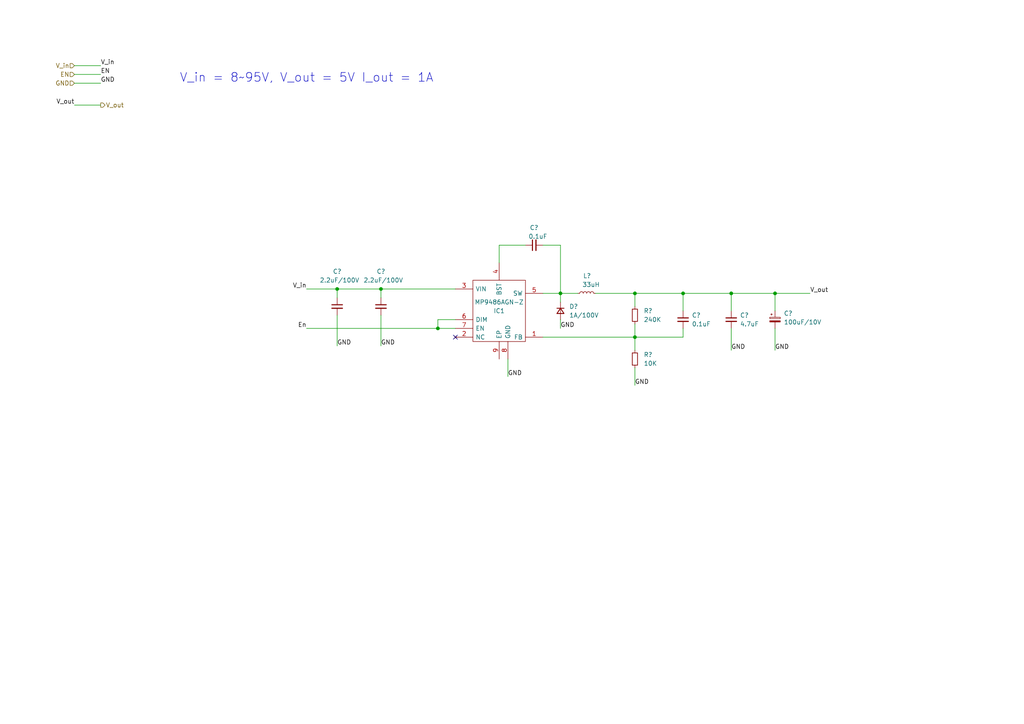
<source format=kicad_sch>
(kicad_sch (version 20211123) (generator eeschema)
  (paper "A4")
  (lib_symbols
    (symbol "CustomLib:MP9486AGN-Z" (pin_names (offset 0.762))
      (property "Reference" "IC1" (at 12.7 -6.35 0))
      (property "Value" "MP9486AGN-Z" (at 12.7 -3.81 0))
      (symbol "MP9486AGN-Z_0_0"
        (pin passive line (at 25.4 -13.97 180) (length 5.08) (name "FB") (number "1"))
        (pin no_connect line (at 0 -13.97 0) (length 5.08) (name "NC") (number "2"))
        (pin passive line (at 0 0 0) (length 5.08) (name "VIN") (number "3"))
        (pin passive line (at 12.7 7.62 270) (length 5.08) (name "BST") (number "4"))
        (pin passive line (at 25.4 -1.27 180) (length 5.08) (name "SW") (number "5"))
        (pin passive line (at 0 -8.89 0) (length 5.08) (name "DIM") (number "6"))
        (pin passive line (at 0 -11.43 0) (length 5.08) (name "EN") (number "7"))
        (pin passive line (at 15.24 -20.32 90) (length 5.08) (name "GND") (number "8"))
        (pin passive line (at 12.7 -20.32 90) (length 5.08) (name "EP") (number "9"))
      )
      (symbol "MP9486AGN-Z_0_1"
        (polyline (pts (xy 5.08 2.54) (xy 20.32 2.54) (xy 20.32 -15.24) (xy 5.08 -15.24) (xy 5.08 2.54)) (stroke (width 0.1524)))
      )
    )
    (symbol "Device:C_Polarized_Small" (pin_numbers hide) (pin_names (offset 0.254) hide)
      (property "Reference" "C" (at 0.254 1.778 0))
      (property "Value" "C_Polarized_Small" (at 0.254 -2.032 0))
      (symbol "C_Polarized_Small_0_1"
        (rectangle (start -1.524 -0.3048) (end 1.524 -0.6858) (fill (type outline)))
        (rectangle (start -1.524 0.6858) (end 1.524 0.3048))
        (polyline (pts (xy -1.27 1.524) (xy -0.762 1.524)))
        (polyline (pts (xy -1.016 1.27) (xy -1.016 1.778)))
      )
      (symbol "C_Polarized_Small_1_1"
        (pin passive line (at 0 2.54 270) (length 1.8542) (name "~") (number "1"))
        (pin passive line (at 0 -2.54 90) (length 1.8542) (name "~") (number "2"))
      )
    )
    (symbol "Device:C_Small" (pin_numbers hide) (pin_names (offset 0.254) hide)
      (property "Reference" "C" (at 0.254 1.778 0))
      (property "Value" "C_Small" (at 0.254 -2.032 0))
      (symbol "C_Small_0_1"
        (polyline (pts (xy -1.524 -0.508) (xy 1.524 -0.508)) (stroke (width 0.3302)))
        (polyline (pts (xy -1.524 0.508) (xy 1.524 0.508)) (stroke (width 0.3048)))
      )
      (symbol "C_Small_1_1"
        (pin passive line (at 0 2.54 270) (length 2.032) (name "~") (number "1"))
        (pin passive line (at 0 -2.54 90) (length 2.032) (name "~") (number "2"))
      )
    )
    (symbol "Device:D_Small" (pin_numbers hide) (pin_names (offset 0.254) hide)
      (property "Reference" "D" (at -1.27 2.032 0))
      (property "Value" "D_Small" (at -3.81 -2.032 0))
      (symbol "D_Small_0_1"
        (polyline (pts (xy -0.762 -1.016) (xy -0.762 1.016)) (stroke (width 0.254)))
        (polyline (pts (xy -0.762 0) (xy 0.762 0)))
        (polyline (pts (xy 0.762 -1.016) (xy -0.762 0) (xy 0.762 1.016) (xy 0.762 -1.016)) (stroke (width 0.254)))
      )
      (symbol "D_Small_1_1"
        (pin passive line (at -2.54 0 0) (length 1.778) (name "K") (number "1"))
        (pin passive line (at 2.54 0 180) (length 1.778) (name "A") (number "2"))
      )
    )
    (symbol "Device:L_Small" (pin_numbers hide) (pin_names (offset 0.254) hide)
      (property "Reference" "L" (at 0.762 1.016 0))
      (property "Value" "L_Small" (at 0.762 -1.016 0))
      (symbol "L_Small_0_1"
        (arc (start 0 -2.032) (mid 0.508 -1.524) (end 0 -1.016))
        (arc (start 0 -1.016) (mid 0.508 -0.508) (end 0 0))
        (arc (start 0 0) (mid 0.508 0.508) (end 0 1.016))
        (arc (start 0 1.016) (mid 0.508 1.524) (end 0 2.032))
      )
      (symbol "L_Small_1_1"
        (pin passive line (at 0 2.54 270) (length 0.508) (name "~") (number "1"))
        (pin passive line (at 0 -2.54 90) (length 0.508) (name "~") (number "2"))
      )
    )
    (symbol "Device:R_Small" (pin_numbers hide) (pin_names (offset 0.254) hide)
      (property "Reference" "R" (at 0.762 0.508 0))
      (property "Value" "R_Small" (at 0.762 -1.016 0))
      (symbol "R_Small_0_1"
        (rectangle (start -0.762 1.778) (end 0.762 -1.778) (stroke (width 0.2032)))
      )
      (symbol "R_Small_1_1"
        (pin passive line (at 0 2.54 270) (length 0.762) (name "~") (number "1"))
        (pin passive line (at 0 -2.54 90) (length 0.762) (name "~") (number "2"))
      )
    )
  )
  (junction (at 224.79 85.09))
  (junction (at 97.79 83.82))
  (junction (at 184.15 85.09))
  (junction (at 184.15 97.79))
  (junction (at 110.49 83.82))
  (junction (at 198.12 85.09))
  (junction (at 212.09 85.09))
  (junction (at 162.56 85.09))
  (junction (at 127 95.25))
  (no_connect (at 132.08 97.79))
  (wire (pts (xy 224.79 85.09) (xy 234.95 85.09)))
  (wire (pts (xy 21.59 21.59) (xy 29.21 21.59)))
  (wire (pts (xy 97.79 83.82) (xy 110.49 83.82)))
  (wire (pts (xy 97.79 83.82) (xy 97.79 86.36)))
  (wire (pts (xy 152.4 71.12) (xy 144.78 71.12)))
  (wire (pts (xy 212.09 95.25) (xy 212.09 101.6)))
  (wire (pts (xy 157.48 97.79) (xy 184.15 97.79)))
  (wire (pts (xy 144.78 71.12) (xy 144.78 76.2)))
  (wire (pts (xy 184.15 85.09) (xy 198.12 85.09)))
  (wire (pts (xy 162.56 85.09) (xy 162.56 87.63)))
  (wire (pts (xy 147.32 104.14) (xy 147.32 109.22)))
  (wire (pts (xy 157.48 71.12) (xy 162.56 71.12)))
  (wire (pts (xy 88.9 83.82) (xy 97.79 83.82)))
  (wire (pts (xy 21.59 19.05) (xy 29.21 19.05)))
  (wire (pts (xy 127 95.25) (xy 132.08 95.25)))
  (wire (pts (xy 127 92.71) (xy 132.08 92.71)))
  (wire (pts (xy 184.15 85.09) (xy 184.15 88.9)))
  (wire (pts (xy 212.09 85.09) (xy 212.09 90.17)))
  (wire (pts (xy 110.49 91.44) (xy 110.49 100.33)))
  (wire (pts (xy 198.12 85.09) (xy 198.12 90.17)))
  (wire (pts (xy 162.56 71.12) (xy 162.56 85.09)))
  (wire (pts (xy 88.9 95.25) (xy 127 95.25)))
  (wire (pts (xy 21.59 24.13) (xy 29.21 24.13)))
  (wire (pts (xy 184.15 97.79) (xy 184.15 101.6)))
  (wire (pts (xy 21.59 30.48) (xy 29.21 30.48)))
  (wire (pts (xy 184.15 106.68) (xy 184.15 111.76)))
  (wire (pts (xy 127 92.71) (xy 127 95.25)))
  (wire (pts (xy 212.09 85.09) (xy 224.79 85.09)))
  (wire (pts (xy 97.79 91.44) (xy 97.79 100.33)))
  (wire (pts (xy 162.56 85.09) (xy 167.64 85.09)))
  (wire (pts (xy 198.12 97.79) (xy 198.12 95.25)))
  (wire (pts (xy 162.56 92.71) (xy 162.56 95.25)))
  (wire (pts (xy 184.15 97.79) (xy 198.12 97.79)))
  (wire (pts (xy 198.12 85.09) (xy 212.09 85.09)))
  (wire (pts (xy 110.49 83.82) (xy 132.08 83.82)))
  (wire (pts (xy 224.79 85.09) (xy 224.79 90.17)))
  (wire (pts (xy 157.48 85.09) (xy 162.56 85.09)))
  (wire (pts (xy 184.15 93.98) (xy 184.15 97.79)))
  (wire (pts (xy 110.49 83.82) (xy 110.49 86.36)))
  (wire (pts (xy 224.79 95.25) (xy 224.79 101.6)))
  (wire (pts (xy 172.72 85.09) (xy 184.15 85.09)))
  (text "V_in = 8~95V, V_out = 5V I_out = 1A\n" (at 52.07 24.13 0) (effects (font (size 2.54 2.54)) (justify left bottom)))
  (label "GND" (at 29.21 24.13 0))
  (label "V_out" (at 21.59 30.48 180))
  (label "GND" (at 97.79 100.33 0))
  (label "GND" (at 147.32 109.22 0))
  (label "GND" (at 110.49 100.33 0))
  (label "GND" (at 162.56 95.25 0))
  (label "EN" (at 29.21 21.59 0))
  (label "GND" (at 184.15 111.76 0))
  (label "GND" (at 212.09 101.6 0))
  (label "V_out" (at 234.95 85.09 0))
  (label "En" (at 88.9 95.25 180))
  (label "V_in" (at 29.21 19.05 0))
  (label "GND" (at 224.79 101.6 0))
  (label "V_in" (at 88.9 83.82 180))
  (hierarchical_label "V_out" (shape output) (at 29.21 30.48 0))
  (hierarchical_label "GND" (shape input) (at 21.59 24.13 180))
  (hierarchical_label "V_in" (shape input) (at 21.59 19.05 180))
  (hierarchical_label "EN" (shape input) (at 21.59 21.59 180))
  (symbol (lib_id "Device:C_Small") (at 110.49 88.9 0) (unit 1)
    (property "Reference" "C?" (at 109.22 78.74 0) (effects (justify left)))
    (property "Value" "2.2uF/100V" (at 105.41 81.28 0) (effects (justify left)))
  )
  (symbol (lib_id "Device:C_Small") (at 97.79 88.9 0) (unit 1)
    (property "Reference" "C?" (at 96.52 78.74 0) (effects (justify left)))
    (property "Value" "2.2uF/100V" (at 92.71 81.28 0) (effects (justify left)))
  )
  (symbol (lib_id "Device:R_Small") (at 184.15 91.44 0) (unit 1)
    (property "Reference" "R?" (at 186.69 90.1699 0) (effects (justify left)))
    (property "Value" "240K" (at 186.69 92.7099 0) (effects (justify left)))
  )
  (symbol (lib_id "Device:R_Small") (at 184.15 104.14 0) (unit 1)
    (property "Reference" "R?" (at 186.69 102.8699 0) (effects (justify left)))
    (property "Value" "10K" (at 186.69 105.4099 0) (effects (justify left)))
  )
  (symbol (lib_id "CustomLib:MP9486AGN-Z") (at 132.08 83.82 0) (unit 1)
    (property "Reference" "IC1" (at 144.78 90.17 0))
    (property "Value" "MP9486AGN-Z" (at 144.78 87.63 0))
    (property "Footprint" "max_KiCAD_lib:SOIC127P600X170-9N" (effects hide))
    (property "Datasheet" "https://componentsearchengine.com/Datasheets/1/MP9486AGN-Z.pdf" (effects hide))
    (property "Description" "Switching Voltage Regulators 100V Input, 3.5A, Switching Current Limit Step-Down Converter" (effects hide))
    (property "Height" "1.7" (effects hide))
    (property "Mouser Part Number" "946-MP9486AGN-Z" (effects hide))
    (property "Mouser Price/Stock" "https://www.mouser.co.uk/ProductDetail/Monolithic-Power-Systems-MPS/MP9486AGN-Z?qs=YCa%2FAAYMW010ws20lFESXg%3D%3D" (effects hide))
    (property "Manufacturer_Name" "Monolithic Power Systems (MPS)" (effects hide))
    (property "Manufacturer_Part_Number" "MP9486AGN-Z" (effects hide))
  )
  (symbol (lib_id "Device:C_Small") (at 198.12 92.71 0) (unit 1)
    (property "Reference" "C?" (at 200.66 91.4462 0) (effects (justify left)))
    (property "Value" "0.1uF" (at 200.66 93.9862 0) (effects (justify left)))
  )
  (symbol (lib_id "Device:C_Small") (at 212.09 92.71 0) (unit 1)
    (property "Reference" "C?" (at 214.63 91.4462 0) (effects (justify left)))
    (property "Value" "4.7uF" (at 214.63 93.9862 0) (effects (justify left)))
  )
  (symbol (lib_id "Device:C_Polarized_Small") (at 224.79 92.71 0) (unit 1)
    (property "Reference" "C?" (at 227.33 90.8938 0) (effects (justify left)))
    (property "Value" "100uF/10V" (at 227.33 93.4338 0) (effects (justify left)))
  )
  (symbol (lib_id "Device:D_Small") (at 162.56 90.17 270) (unit 1)
    (property "Reference" "D?" (at 165.1 88.8999 90) (effects (justify left)))
    (property "Value" "1A/100V" (at 165.1 91.4399 90) (effects (justify left)))
  )
  (symbol (lib_id "Device:C_Small") (at 154.94 71.12 90) (unit 1)
    (property "Reference" "C?" (at 156.21 66.04 90) (effects (justify left)))
    (property "Value" "0.1uF" (at 158.75 68.58 90) (effects (justify left)))
  )
  (symbol (lib_id "Device:L_Small") (at 170.18 85.09 90) (unit 1)
    (property "Reference" "L?" (at 171.45 80.01 90) (effects (justify left)))
    (property "Value" "33uH" (at 173.99 82.55 90) (effects (justify left)))
  )
)
</source>
